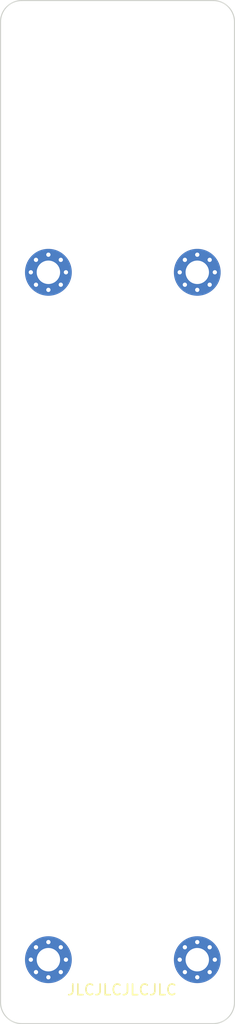
<source format=kicad_pcb>
(kicad_pcb (version 20221018) (generator pcbnew)
  (layers (0 "F.Cu" signal) (31 "B.Cu" signal) (34 "B.Paste" user) (35 "F.Paste" user) (36 "B.SilkS" user "B.Silkscreen") (37 "F.SilkS" user "F.Silkscreen") (38 "B.Mask" user) (39 "F.Mask" user) (44 "Edge.Cuts" user))
  (net 0 "")
  (footprint "xiao_256:Mount_M2" (layer "F.Cu") (at 48.585786 39.585786)
    (fp_text reference "REF**" hide)
    (fp_text value "Mount_M2" hide)
    (pad "1" thru_hole circle (at -1.65 0) (size 0.7 0.7) (drill 0.4) (layers "*.Cu" "*.Mask"))
    (pad "1" thru_hole circle (at -1.166726 -1.166726) (size 0.7 0.7) (drill 0.4) (layers "*.Cu" "*.Mask"))
    (pad "1" thru_hole circle (at -1.166726 1.166726) (size 0.7 0.7) (drill 0.4) (layers "*.Cu" "*.Mask"))
    (pad "1" thru_hole circle (at 0 -1.65) (size 0.7 0.7) (drill 0.4) (layers "*.Cu" "*.Mask"))
    (pad "1" thru_hole circle (at 0 0) (size 4.4 4.4) (drill 2.2) (layers "*.Cu" "*.Mask"))
    (pad "1" thru_hole circle (at 0 1.65) (size 0.7 0.7) (drill 0.4) (layers "*.Cu" "*.Mask"))
    (pad "1" thru_hole circle (at 1.166726 -1.166726) (size 0.7 0.7) (drill 0.4) (layers "*.Cu" "*.Mask"))
    (pad "1" thru_hole circle (at 1.166726 1.166726) (size 0.7 0.7) (drill 0.4) (layers "*.Cu" "*.Mask"))
    (pad "1" thru_hole circle (at 1.65 0) (size 0.7 0.7) (drill 0.4) (layers "*.Cu" "*.Mask"))
  )
  (footprint "xiao_256:Mount_M2" (layer "F.Cu") (at 48.585786 104.085786)
    (fp_text reference "REF**" hide)
    (fp_text value "Mount_M2" hide)
    (pad "1" thru_hole circle (at -1.65 0) (size 0.7 0.7) (drill 0.4) (layers "*.Cu" "*.Mask"))
    (pad "1" thru_hole circle (at -1.166726 -1.166726) (size 0.7 0.7) (drill 0.4) (layers "*.Cu" "*.Mask"))
    (pad "1" thru_hole circle (at -1.166726 1.166726) (size 0.7 0.7) (drill 0.4) (layers "*.Cu" "*.Mask"))
    (pad "1" thru_hole circle (at 0 -1.65) (size 0.7 0.7) (drill 0.4) (layers "*.Cu" "*.Mask"))
    (pad "1" thru_hole circle (at 0 0) (size 4.4 4.4) (drill 2.2) (layers "*.Cu" "*.Mask"))
    (pad "1" thru_hole circle (at 0 1.65) (size 0.7 0.7) (drill 0.4) (layers "*.Cu" "*.Mask"))
    (pad "1" thru_hole circle (at 1.166726 -1.166726) (size 0.7 0.7) (drill 0.4) (layers "*.Cu" "*.Mask"))
    (pad "1" thru_hole circle (at 1.166726 1.166726) (size 0.7 0.7) (drill 0.4) (layers "*.Cu" "*.Mask"))
    (pad "1" thru_hole circle (at 1.65 0) (size 0.7 0.7) (drill 0.4) (layers "*.Cu" "*.Mask"))
  )
  (footprint "xiao_256:Mount_M2" (layer "F.Cu") (at 34.585786 39.585786)
    (fp_text reference "REF**" hide)
    (fp_text value "Mount_M2" hide)
    (pad "1" thru_hole circle (at -1.65 0) (size 0.7 0.7) (drill 0.4) (layers "*.Cu" "*.Mask"))
    (pad "1" thru_hole circle (at -1.166726 -1.166726) (size 0.7 0.7) (drill 0.4) (layers "*.Cu" "*.Mask"))
    (pad "1" thru_hole circle (at -1.166726 1.166726) (size 0.7 0.7) (drill 0.4) (layers "*.Cu" "*.Mask"))
    (pad "1" thru_hole circle (at 0 -1.65) (size 0.7 0.7) (drill 0.4) (layers "*.Cu" "*.Mask"))
    (pad "1" thru_hole circle (at 0 0) (size 4.4 4.4) (drill 2.2) (layers "*.Cu" "*.Mask"))
    (pad "1" thru_hole circle (at 0 1.65) (size 0.7 0.7) (drill 0.4) (layers "*.Cu" "*.Mask"))
    (pad "1" thru_hole circle (at 1.166726 -1.166726) (size 0.7 0.7) (drill 0.4) (layers "*.Cu" "*.Mask"))
    (pad "1" thru_hole circle (at 1.166726 1.166726) (size 0.7 0.7) (drill 0.4) (layers "*.Cu" "*.Mask"))
    (pad "1" thru_hole circle (at 1.65 0) (size 0.7 0.7) (drill 0.4) (layers "*.Cu" "*.Mask"))
  )
  (footprint "xiao_256:Mount_M2" (layer "F.Cu") (at 34.585786 104.085786)
    (fp_text reference "REF**" hide)
    (fp_text value "Mount_M2" hide)
    (pad "1" thru_hole circle (at -1.65 0) (size 0.7 0.7) (drill 0.4) (layers "*.Cu" "*.Mask"))
    (pad "1" thru_hole circle (at -1.166726 -1.166726) (size 0.7 0.7) (drill 0.4) (layers "*.Cu" "*.Mask"))
    (pad "1" thru_hole circle (at -1.166726 1.166726) (size 0.7 0.7) (drill 0.4) (layers "*.Cu" "*.Mask"))
    (pad "1" thru_hole circle (at 0 -1.65) (size 0.7 0.7) (drill 0.4) (layers "*.Cu" "*.Mask"))
    (pad "1" thru_hole circle (at 0 0) (size 4.4 4.4) (drill 2.2) (layers "*.Cu" "*.Mask"))
    (pad "1" thru_hole circle (at 0 1.65) (size 0.7 0.7) (drill 0.4) (layers "*.Cu" "*.Mask"))
    (pad "1" thru_hole circle (at 1.166726 -1.166726) (size 0.7 0.7) (drill 0.4) (layers "*.Cu" "*.Mask"))
    (pad "1" thru_hole circle (at 1.166726 1.166726) (size 0.7 0.7) (drill 0.4) (layers "*.Cu" "*.Mask"))
    (pad "1" thru_hole circle (at 1.65 0) (size 0.7 0.7) (drill 0.4) (layers "*.Cu" "*.Mask"))
  )
  (gr_arc (start 32.085786 110.085786) (mid 30.671572 109.5) (end 30.085786 108.085786) (stroke (width 0.1)) (layer "Edge.Cuts"))
  (gr_line (start 32.085786 14.085786) (end 50.085786 14.085786) (stroke (width 0.1)) (layer "Edge.Cuts"))
  (gr_line (start 30.085786 108.085786) (end 30.085786 16.085786) (stroke (width 0.1)) (layer "Edge.Cuts"))
  (gr_arc (start 52.085786 108.085786) (mid 51.5 109.5) (end 50.085786 110.085786) (stroke (width 0.1)) (layer "Edge.Cuts"))
  (gr_line (start 52.085786 16.085786) (end 52.085786 108.085786) (stroke (width 0.1)) (layer "Edge.Cuts"))
  (gr_arc (start 30.085786 16.085786) (mid 30.671572 14.671572) (end 32.085786 14.085786) (stroke (width 0.1)) (layer "Edge.Cuts"))
  (gr_arc (start 50.085786 14.085786) (mid 51.5 14.671572) (end 52.085786 16.085786) (stroke (width 0.1)) (layer "Edge.Cuts"))
  (gr_line (start 50.085786 110.085786) (end 32.085786 110.085786) (stroke (width 0.1)) (layer "Edge.Cuts"))
  (gr_text "JLCJLCJLCJLC" (at 41.5 107.5) (layer "F.SilkS") (effects (font (size 1 1)) (justify bottom)))
)
</source>
